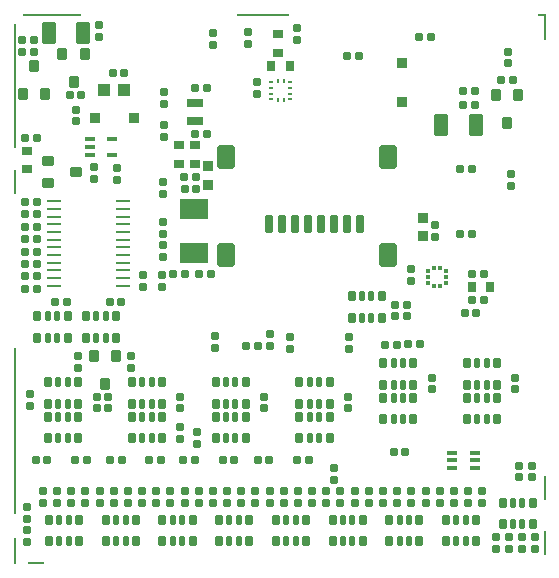
<source format=gbp>
G04*
G04 #@! TF.GenerationSoftware,Altium Limited,Altium Designer,23.8.1 (32)*
G04*
G04 Layer_Color=128*
%FSLAX25Y25*%
%MOIN*%
G70*
G04*
G04 #@! TF.SameCoordinates,C9C1B49D-FC50-48E7-82B8-0A043EE9E5D5*
G04*
G04*
G04 #@! TF.FilePolarity,Positive*
G04*
G01*
G75*
%ADD17R,0.00787X0.55217*%
%ADD18R,0.00787X0.41732*%
%ADD19R,0.00787X0.07874*%
%ADD20R,0.02657X0.00787*%
%ADD21R,0.17717X0.00787*%
%ADD22R,0.19685X0.00787*%
%ADD23R,0.00787X0.08661*%
%ADD24R,0.00787X0.07972*%
%ADD25R,0.00787X0.09055*%
%ADD26R,0.00787X0.08268*%
%ADD27R,0.05512X0.00787*%
G04:AMPARAMS|DCode=28|XSize=12.6mil|YSize=31.5mil|CornerRadius=1.26mil|HoleSize=0mil|Usage=FLASHONLY|Rotation=270.000|XOffset=0mil|YOffset=0mil|HoleType=Round|Shape=RoundedRectangle|*
%AMROUNDEDRECTD28*
21,1,0.01260,0.02898,0,0,270.0*
21,1,0.01008,0.03150,0,0,270.0*
1,1,0.00252,-0.01449,-0.00504*
1,1,0.00252,-0.01449,0.00504*
1,1,0.00252,0.01449,0.00504*
1,1,0.00252,0.01449,-0.00504*
%
%ADD28ROUNDEDRECTD28*%
G04:AMPARAMS|DCode=33|XSize=27.56mil|YSize=23.62mil|CornerRadius=2.36mil|HoleSize=0mil|Usage=FLASHONLY|Rotation=180.000|XOffset=0mil|YOffset=0mil|HoleType=Round|Shape=RoundedRectangle|*
%AMROUNDEDRECTD33*
21,1,0.02756,0.01890,0,0,180.0*
21,1,0.02284,0.02362,0,0,180.0*
1,1,0.00472,-0.01142,0.00945*
1,1,0.00472,0.01142,0.00945*
1,1,0.00472,0.01142,-0.00945*
1,1,0.00472,-0.01142,-0.00945*
%
%ADD33ROUNDEDRECTD33*%
G04:AMPARAMS|DCode=34|XSize=27.56mil|YSize=23.62mil|CornerRadius=2.36mil|HoleSize=0mil|Usage=FLASHONLY|Rotation=90.000|XOffset=0mil|YOffset=0mil|HoleType=Round|Shape=RoundedRectangle|*
%AMROUNDEDRECTD34*
21,1,0.02756,0.01890,0,0,90.0*
21,1,0.02284,0.02362,0,0,90.0*
1,1,0.00472,0.00945,0.01142*
1,1,0.00472,0.00945,-0.01142*
1,1,0.00472,-0.00945,-0.01142*
1,1,0.00472,-0.00945,0.01142*
%
%ADD34ROUNDEDRECTD34*%
G04:AMPARAMS|DCode=38|XSize=35.43mil|YSize=37.4mil|CornerRadius=3.54mil|HoleSize=0mil|Usage=FLASHONLY|Rotation=180.000|XOffset=0mil|YOffset=0mil|HoleType=Round|Shape=RoundedRectangle|*
%AMROUNDEDRECTD38*
21,1,0.03543,0.03032,0,0,180.0*
21,1,0.02835,0.03740,0,0,180.0*
1,1,0.00709,-0.01417,0.01516*
1,1,0.00709,0.01417,0.01516*
1,1,0.00709,0.01417,-0.01516*
1,1,0.00709,-0.01417,-0.01516*
%
%ADD38ROUNDEDRECTD38*%
G04:AMPARAMS|DCode=39|XSize=35.43mil|YSize=37.4mil|CornerRadius=3.54mil|HoleSize=0mil|Usage=FLASHONLY|Rotation=180.000|XOffset=0mil|YOffset=0mil|HoleType=Round|Shape=RoundedRectangle|*
%AMROUNDEDRECTD39*
21,1,0.03543,0.03032,0,0,180.0*
21,1,0.02835,0.03740,0,0,180.0*
1,1,0.00709,-0.01417,0.01516*
1,1,0.00709,0.01417,0.01516*
1,1,0.00709,0.01417,-0.01516*
1,1,0.00709,-0.01417,-0.01516*
%
%ADD39ROUNDEDRECTD39*%
G04:AMPARAMS|DCode=82|XSize=25.59mil|YSize=31.5mil|CornerRadius=2.56mil|HoleSize=0mil|Usage=FLASHONLY|Rotation=180.000|XOffset=0mil|YOffset=0mil|HoleType=Round|Shape=RoundedRectangle|*
%AMROUNDEDRECTD82*
21,1,0.02559,0.02638,0,0,180.0*
21,1,0.02047,0.03150,0,0,180.0*
1,1,0.00512,-0.01024,0.01319*
1,1,0.00512,0.01024,0.01319*
1,1,0.00512,0.01024,-0.01319*
1,1,0.00512,-0.01024,-0.01319*
%
%ADD82ROUNDEDRECTD82*%
G04:AMPARAMS|DCode=83|XSize=17.72mil|YSize=31.5mil|CornerRadius=1.77mil|HoleSize=0mil|Usage=FLASHONLY|Rotation=180.000|XOffset=0mil|YOffset=0mil|HoleType=Round|Shape=RoundedRectangle|*
%AMROUNDEDRECTD83*
21,1,0.01772,0.02795,0,0,180.0*
21,1,0.01417,0.03150,0,0,180.0*
1,1,0.00354,-0.00709,0.01398*
1,1,0.00354,0.00709,0.01398*
1,1,0.00354,0.00709,-0.01398*
1,1,0.00354,-0.00709,-0.01398*
%
%ADD83ROUNDEDRECTD83*%
%ADD84R,0.01378X0.00984*%
%ADD85R,0.00984X0.01378*%
%ADD86R,0.01378X0.01476*%
%ADD87R,0.01476X0.01378*%
G04:AMPARAMS|DCode=88|XSize=35.83mil|YSize=33.47mil|CornerRadius=3.35mil|HoleSize=0mil|Usage=FLASHONLY|Rotation=270.000|XOffset=0mil|YOffset=0mil|HoleType=Round|Shape=RoundedRectangle|*
%AMROUNDEDRECTD88*
21,1,0.03583,0.02677,0,0,270.0*
21,1,0.02913,0.03347,0,0,270.0*
1,1,0.00669,-0.01339,-0.01457*
1,1,0.00669,-0.01339,0.01457*
1,1,0.00669,0.01339,0.01457*
1,1,0.00669,0.01339,-0.01457*
%
%ADD88ROUNDEDRECTD88*%
%ADD89R,0.03937X0.04331*%
G04:AMPARAMS|DCode=90|XSize=70.87mil|YSize=45.28mil|CornerRadius=4.53mil|HoleSize=0mil|Usage=FLASHONLY|Rotation=270.000|XOffset=0mil|YOffset=0mil|HoleType=Round|Shape=RoundedRectangle|*
%AMROUNDEDRECTD90*
21,1,0.07087,0.03622,0,0,270.0*
21,1,0.06181,0.04528,0,0,270.0*
1,1,0.00906,-0.01811,-0.03091*
1,1,0.00906,-0.01811,0.03091*
1,1,0.00906,0.01811,0.03091*
1,1,0.00906,0.01811,-0.03091*
%
%ADD90ROUNDEDRECTD90*%
G04:AMPARAMS|DCode=91|XSize=59.06mil|YSize=25.59mil|CornerRadius=2.56mil|HoleSize=0mil|Usage=FLASHONLY|Rotation=90.000|XOffset=0mil|YOffset=0mil|HoleType=Round|Shape=RoundedRectangle|*
%AMROUNDEDRECTD91*
21,1,0.05906,0.02047,0,0,90.0*
21,1,0.05394,0.02559,0,0,90.0*
1,1,0.00512,0.01024,0.02697*
1,1,0.00512,0.01024,-0.02697*
1,1,0.00512,-0.01024,-0.02697*
1,1,0.00512,-0.01024,0.02697*
%
%ADD91ROUNDEDRECTD91*%
G04:AMPARAMS|DCode=92|XSize=78.74mil|YSize=57.09mil|CornerRadius=5.71mil|HoleSize=0mil|Usage=FLASHONLY|Rotation=90.000|XOffset=0mil|YOffset=0mil|HoleType=Round|Shape=RoundedRectangle|*
%AMROUNDEDRECTD92*
21,1,0.07874,0.04567,0,0,90.0*
21,1,0.06732,0.05709,0,0,90.0*
1,1,0.01142,0.02284,0.03366*
1,1,0.01142,0.02284,-0.03366*
1,1,0.01142,-0.02284,-0.03366*
1,1,0.01142,-0.02284,0.03366*
%
%ADD92ROUNDEDRECTD92*%
G04:AMPARAMS|DCode=93|XSize=35.83mil|YSize=33.47mil|CornerRadius=3.35mil|HoleSize=0mil|Usage=FLASHONLY|Rotation=0.000|XOffset=0mil|YOffset=0mil|HoleType=Round|Shape=RoundedRectangle|*
%AMROUNDEDRECTD93*
21,1,0.03583,0.02677,0,0,0.0*
21,1,0.02913,0.03347,0,0,0.0*
1,1,0.00669,0.01457,-0.01339*
1,1,0.00669,-0.01457,-0.01339*
1,1,0.00669,-0.01457,0.01339*
1,1,0.00669,0.01457,0.01339*
%
%ADD93ROUNDEDRECTD93*%
%ADD95R,0.09449X0.06693*%
G04:AMPARAMS|DCode=96|XSize=27.56mil|YSize=36.22mil|CornerRadius=2.76mil|HoleSize=0mil|Usage=FLASHONLY|Rotation=0.000|XOffset=0mil|YOffset=0mil|HoleType=Round|Shape=RoundedRectangle|*
%AMROUNDEDRECTD96*
21,1,0.02756,0.03071,0,0,0.0*
21,1,0.02205,0.03622,0,0,0.0*
1,1,0.00551,0.01102,-0.01535*
1,1,0.00551,-0.01102,-0.01535*
1,1,0.00551,-0.01102,0.01535*
1,1,0.00551,0.01102,0.01535*
%
%ADD96ROUNDEDRECTD96*%
G04:AMPARAMS|DCode=97|XSize=27.56mil|YSize=36.22mil|CornerRadius=2.76mil|HoleSize=0mil|Usage=FLASHONLY|Rotation=270.000|XOffset=0mil|YOffset=0mil|HoleType=Round|Shape=RoundedRectangle|*
%AMROUNDEDRECTD97*
21,1,0.02756,0.03071,0,0,270.0*
21,1,0.02205,0.03622,0,0,270.0*
1,1,0.00551,-0.01535,-0.01102*
1,1,0.00551,-0.01535,0.01102*
1,1,0.00551,0.01535,0.01102*
1,1,0.00551,0.01535,-0.01102*
%
%ADD97ROUNDEDRECTD97*%
G04:AMPARAMS|DCode=98|XSize=27.56mil|YSize=55.12mil|CornerRadius=2.76mil|HoleSize=0mil|Usage=FLASHONLY|Rotation=270.000|XOffset=0mil|YOffset=0mil|HoleType=Round|Shape=RoundedRectangle|*
%AMROUNDEDRECTD98*
21,1,0.02756,0.04961,0,0,270.0*
21,1,0.02205,0.05512,0,0,270.0*
1,1,0.00551,-0.02480,-0.01102*
1,1,0.00551,-0.02480,0.01102*
1,1,0.00551,0.02480,0.01102*
1,1,0.00551,0.02480,-0.01102*
%
%ADD98ROUNDEDRECTD98*%
G04:AMPARAMS|DCode=99|XSize=33.47mil|YSize=33.47mil|CornerRadius=3.35mil|HoleSize=0mil|Usage=FLASHONLY|Rotation=270.000|XOffset=0mil|YOffset=0mil|HoleType=Round|Shape=RoundedRectangle|*
%AMROUNDEDRECTD99*
21,1,0.03347,0.02677,0,0,270.0*
21,1,0.02677,0.03347,0,0,270.0*
1,1,0.00669,-0.01339,-0.01339*
1,1,0.00669,-0.01339,0.01339*
1,1,0.00669,0.01339,0.01339*
1,1,0.00669,0.01339,-0.01339*
%
%ADD99ROUNDEDRECTD99*%
G04:AMPARAMS|DCode=100|XSize=35.43mil|YSize=37.4mil|CornerRadius=3.54mil|HoleSize=0mil|Usage=FLASHONLY|Rotation=90.000|XOffset=0mil|YOffset=0mil|HoleType=Round|Shape=RoundedRectangle|*
%AMROUNDEDRECTD100*
21,1,0.03543,0.03032,0,0,90.0*
21,1,0.02835,0.03740,0,0,90.0*
1,1,0.00709,0.01516,0.01417*
1,1,0.00709,0.01516,-0.01417*
1,1,0.00709,-0.01516,-0.01417*
1,1,0.00709,-0.01516,0.01417*
%
%ADD100ROUNDEDRECTD100*%
G04:AMPARAMS|DCode=101|XSize=35.43mil|YSize=37.4mil|CornerRadius=3.54mil|HoleSize=0mil|Usage=FLASHONLY|Rotation=90.000|XOffset=0mil|YOffset=0mil|HoleType=Round|Shape=RoundedRectangle|*
%AMROUNDEDRECTD101*
21,1,0.03543,0.03032,0,0,90.0*
21,1,0.02835,0.03740,0,0,90.0*
1,1,0.00709,0.01516,0.01417*
1,1,0.00709,0.01516,-0.01417*
1,1,0.00709,-0.01516,-0.01417*
1,1,0.00709,-0.01516,0.01417*
%
%ADD101ROUNDEDRECTD101*%
%ADD102O,0.04961X0.00984*%
D17*
X394Y44537D02*
D03*
D18*
Y159547D02*
D03*
D19*
X177165Y7087D02*
D03*
D20*
X176230Y183169D02*
D03*
D21*
X83366D02*
D03*
D22*
X12992D02*
D03*
D23*
X177165Y179232D02*
D03*
D24*
Y25246D02*
D03*
D25*
X394Y4528D02*
D03*
D26*
X394Y127461D02*
D03*
D27*
X7480Y394D02*
D03*
D28*
X146260Y32087D02*
D03*
X146260Y34646D02*
D03*
X146260Y37205D02*
D03*
X153740Y32087D02*
D03*
Y34646D02*
D03*
Y37205D02*
D03*
X25394Y136516D02*
D03*
Y139075D02*
D03*
Y141634D02*
D03*
X32874D02*
D03*
Y136516D02*
D03*
D33*
X167323Y62205D02*
D03*
Y58268D02*
D03*
X172835Y32874D02*
D03*
Y28937D02*
D03*
X168701D02*
D03*
Y32874D02*
D03*
X81102Y156890D02*
D03*
Y160827D02*
D03*
X34449Y132087D02*
D03*
Y128150D02*
D03*
X132480Y94488D02*
D03*
Y98425D02*
D03*
X139567Y62204D02*
D03*
Y58267D02*
D03*
X146851Y24409D02*
D03*
Y20472D02*
D03*
X151575Y24409D02*
D03*
Y20472D02*
D03*
X142126Y24409D02*
D03*
Y20472D02*
D03*
X156299Y24409D02*
D03*
Y20472D02*
D03*
X31693Y51968D02*
D03*
Y55905D02*
D03*
X140551Y112992D02*
D03*
Y109055D02*
D03*
X28642Y179823D02*
D03*
Y175886D02*
D03*
X39173Y69291D02*
D03*
Y65354D02*
D03*
X21457Y69291D02*
D03*
Y65354D02*
D03*
X43110Y96457D02*
D03*
Y92520D02*
D03*
X5499Y56815D02*
D03*
Y52878D02*
D03*
X20866Y151575D02*
D03*
Y147638D02*
D03*
X2756Y170768D02*
D03*
Y174705D02*
D03*
X66535Y177165D02*
D03*
Y173228D02*
D03*
X67323Y72047D02*
D03*
Y75984D02*
D03*
X50197Y157480D02*
D03*
Y153543D02*
D03*
X85433Y72835D02*
D03*
Y76772D02*
D03*
X78346Y173425D02*
D03*
Y177362D02*
D03*
X127264Y86516D02*
D03*
Y82579D02*
D03*
X131200Y86516D02*
D03*
Y82579D02*
D03*
X164764Y170866D02*
D03*
Y166929D02*
D03*
X165945Y125984D02*
D03*
Y129921D02*
D03*
X6890Y170768D02*
D03*
Y174705D02*
D03*
X50197Y142323D02*
D03*
Y146260D02*
D03*
X111811Y71850D02*
D03*
Y75787D02*
D03*
X92126Y71850D02*
D03*
Y75787D02*
D03*
X94685Y178740D02*
D03*
Y174803D02*
D03*
X49804Y123425D02*
D03*
Y127362D02*
D03*
Y110039D02*
D03*
Y113976D02*
D03*
X49409Y92520D02*
D03*
Y96457D02*
D03*
X49804Y106496D02*
D03*
Y102559D02*
D03*
X47638Y24409D02*
D03*
Y20472D02*
D03*
X52362Y24409D02*
D03*
Y20472D02*
D03*
X57087Y24409D02*
D03*
Y20472D02*
D03*
X61811Y24409D02*
D03*
Y20472D02*
D03*
X161024Y5118D02*
D03*
Y9055D02*
D03*
X165355D02*
D03*
Y5118D02*
D03*
X169685D02*
D03*
Y9055D02*
D03*
X174016Y5118D02*
D03*
Y9055D02*
D03*
X83662Y51968D02*
D03*
Y55905D02*
D03*
X111614Y51968D02*
D03*
Y55905D02*
D03*
X27756Y51968D02*
D03*
Y55905D02*
D03*
X55709Y51968D02*
D03*
Y55905D02*
D03*
X24016Y24409D02*
D03*
Y20472D02*
D03*
X19292Y24409D02*
D03*
Y20472D02*
D03*
X14567Y24409D02*
D03*
Y20472D02*
D03*
X9843Y24409D02*
D03*
Y20472D02*
D03*
X42914Y24409D02*
D03*
Y20472D02*
D03*
X38189Y24409D02*
D03*
Y20472D02*
D03*
X33465Y24409D02*
D03*
Y20472D02*
D03*
X28740Y24409D02*
D03*
Y20472D02*
D03*
X80709Y24409D02*
D03*
Y20472D02*
D03*
X75985Y24409D02*
D03*
Y20472D02*
D03*
X71260Y24409D02*
D03*
Y20472D02*
D03*
X66536Y24409D02*
D03*
Y20472D02*
D03*
X99607D02*
D03*
Y24409D02*
D03*
X94882D02*
D03*
Y20472D02*
D03*
X90158Y24409D02*
D03*
Y20472D02*
D03*
X85433Y24409D02*
D03*
Y20472D02*
D03*
X118504Y24409D02*
D03*
Y20472D02*
D03*
X113780Y24409D02*
D03*
Y20472D02*
D03*
X109055Y24409D02*
D03*
Y20472D02*
D03*
X104331Y24409D02*
D03*
Y20472D02*
D03*
X132677Y24409D02*
D03*
Y20472D02*
D03*
X127953Y24409D02*
D03*
Y20472D02*
D03*
X123228Y24409D02*
D03*
Y20472D02*
D03*
X106890Y32087D02*
D03*
Y28150D02*
D03*
X4724Y15157D02*
D03*
Y19094D02*
D03*
X26772Y128347D02*
D03*
Y132283D02*
D03*
X61221Y44094D02*
D03*
Y40157D02*
D03*
X55709Y41732D02*
D03*
Y45669D02*
D03*
X4724Y7480D02*
D03*
Y11417D02*
D03*
X137402Y24409D02*
D03*
Y20472D02*
D03*
D34*
X154331Y83858D02*
D03*
X150394D02*
D03*
X13976Y87402D02*
D03*
X17913D02*
D03*
X152756Y131890D02*
D03*
X148819D02*
D03*
X152756Y110236D02*
D03*
X148819D02*
D03*
X126772Y37402D02*
D03*
X130709D02*
D03*
X36024Y87402D02*
D03*
X32087D02*
D03*
X166496Y161319D02*
D03*
X162559D02*
D03*
X56626Y34646D02*
D03*
X60563D02*
D03*
X98492Y34646D02*
D03*
X94555D02*
D03*
X81429Y34646D02*
D03*
X85366D02*
D03*
X73689D02*
D03*
X69752D02*
D03*
X18743Y156498D02*
D03*
X22680D02*
D03*
X131529Y73262D02*
D03*
X135466D02*
D03*
X150000Y153149D02*
D03*
X153937D02*
D03*
X111221Y169488D02*
D03*
X115157D02*
D03*
X127953Y73228D02*
D03*
X124016D02*
D03*
X53347Y96850D02*
D03*
X57284D02*
D03*
X61811Y96850D02*
D03*
X65748D02*
D03*
X57087Y125197D02*
D03*
X61024D02*
D03*
X33071Y163878D02*
D03*
X37008D02*
D03*
X152913Y88150D02*
D03*
X156850D02*
D03*
X152913Y96890D02*
D03*
X156850D02*
D03*
X135236Y175787D02*
D03*
X139173D02*
D03*
X153937Y157874D02*
D03*
X150000D02*
D03*
X60630Y158661D02*
D03*
X64567D02*
D03*
X60630Y143307D02*
D03*
X64567D02*
D03*
X77559Y72835D02*
D03*
X81496D02*
D03*
X60827Y129134D02*
D03*
X56890D02*
D03*
X20539Y34646D02*
D03*
X24476D02*
D03*
X11350Y34646D02*
D03*
X7413D02*
D03*
X45343Y34646D02*
D03*
X49280D02*
D03*
X36154Y34646D02*
D03*
X32217D02*
D03*
X7874Y142224D02*
D03*
X3937D02*
D03*
Y91831D02*
D03*
X7874D02*
D03*
X3937Y104232D02*
D03*
X7874D02*
D03*
X3937Y108366D02*
D03*
X7874D02*
D03*
X3937Y116634D02*
D03*
X7874D02*
D03*
X3937Y112500D02*
D03*
X7874D02*
D03*
X3937Y120768D02*
D03*
X7874D02*
D03*
X3937Y100099D02*
D03*
X7874D02*
D03*
X3937Y95965D02*
D03*
X7874D02*
D03*
D38*
X160787Y156398D02*
D03*
X164528Y147146D02*
D03*
X26772Y69488D02*
D03*
X30512Y60236D02*
D03*
X10630Y156673D02*
D03*
X6890Y165925D02*
D03*
X16339Y170098D02*
D03*
X20079Y160846D02*
D03*
D39*
X168268Y156398D02*
D03*
X34252Y69488D02*
D03*
X3150Y156673D02*
D03*
X23819Y170098D02*
D03*
D82*
X24189Y75516D02*
D03*
Y82602D02*
D03*
X34229D02*
D03*
Y75516D02*
D03*
X8048D02*
D03*
Y82602D02*
D03*
X18087D02*
D03*
Y75516D02*
D03*
X77461Y60630D02*
D03*
Y53543D02*
D03*
X67421D02*
D03*
X67421Y60630D02*
D03*
X67421Y42126D02*
D03*
Y49212D02*
D03*
X77461D02*
D03*
Y42126D02*
D03*
X95374Y42126D02*
D03*
Y49212D02*
D03*
X105413Y49212D02*
D03*
X105413Y42126D02*
D03*
X105413Y60630D02*
D03*
Y53543D02*
D03*
X95374D02*
D03*
X95374Y60630D02*
D03*
X161319Y66929D02*
D03*
Y59842D02*
D03*
X151280D02*
D03*
X151280Y66929D02*
D03*
X151280Y48425D02*
D03*
Y55511D02*
D03*
X161319Y55511D02*
D03*
X161319Y48425D02*
D03*
X133366Y48425D02*
D03*
Y55512D02*
D03*
X123327D02*
D03*
X123327Y48425D02*
D03*
X123327Y66929D02*
D03*
Y59842D02*
D03*
X133366D02*
D03*
X133366Y66929D02*
D03*
X163091Y13386D02*
D03*
X163091Y20472D02*
D03*
X173130D02*
D03*
Y13386D02*
D03*
X144193Y7677D02*
D03*
Y14764D02*
D03*
X154232D02*
D03*
Y7677D02*
D03*
X112795Y89272D02*
D03*
X112795Y82185D02*
D03*
X122834D02*
D03*
Y89272D02*
D03*
X49705Y7677D02*
D03*
Y14764D02*
D03*
X59744D02*
D03*
Y7677D02*
D03*
X21555Y42126D02*
D03*
X21555Y49213D02*
D03*
X11516Y49213D02*
D03*
X11516Y42126D02*
D03*
Y60630D02*
D03*
X11516Y53543D02*
D03*
X21555D02*
D03*
Y60630D02*
D03*
X49508Y42126D02*
D03*
Y49213D02*
D03*
X39469Y49213D02*
D03*
X39469Y42126D02*
D03*
X39469Y60630D02*
D03*
Y53543D02*
D03*
X49508D02*
D03*
Y60630D02*
D03*
X11910Y7677D02*
D03*
X11910Y14764D02*
D03*
X21949D02*
D03*
X21949Y7677D02*
D03*
X30807D02*
D03*
Y14764D02*
D03*
X40846D02*
D03*
X40846Y7677D02*
D03*
X68602D02*
D03*
X68602Y14764D02*
D03*
X78642D02*
D03*
Y7677D02*
D03*
X87500D02*
D03*
X87500Y14764D02*
D03*
X97540Y14764D02*
D03*
Y7677D02*
D03*
X106398D02*
D03*
X106398Y14764D02*
D03*
X116437D02*
D03*
Y7677D02*
D03*
X125295D02*
D03*
Y14764D02*
D03*
X135335Y14764D02*
D03*
X135335Y7677D02*
D03*
D83*
X30784Y82602D02*
D03*
X27634D02*
D03*
Y75516D02*
D03*
X30784D02*
D03*
X14642Y82602D02*
D03*
X11492D02*
D03*
Y75516D02*
D03*
X14642D02*
D03*
X70866Y53543D02*
D03*
X74016D02*
D03*
Y60630D02*
D03*
X70866D02*
D03*
X74016Y49212D02*
D03*
X70866D02*
D03*
Y42126D02*
D03*
X74016D02*
D03*
X101969Y49212D02*
D03*
X98819D02*
D03*
Y42126D02*
D03*
X101969D02*
D03*
X98819Y53543D02*
D03*
X101969D02*
D03*
X101969Y60630D02*
D03*
X98819Y60630D02*
D03*
X154725Y59842D02*
D03*
X157874D02*
D03*
X157874Y66929D02*
D03*
X154725Y66929D02*
D03*
X157874Y55511D02*
D03*
X154725D02*
D03*
Y48425D02*
D03*
X157874D02*
D03*
X129921Y48425D02*
D03*
X126772D02*
D03*
Y55512D02*
D03*
X129921D02*
D03*
X126772Y66929D02*
D03*
X129921D02*
D03*
Y59842D02*
D03*
X126772D02*
D03*
X169685Y20472D02*
D03*
X166536D02*
D03*
Y13386D02*
D03*
X169685D02*
D03*
X150787Y14764D02*
D03*
X147638D02*
D03*
Y7677D02*
D03*
X150787D02*
D03*
X116240Y89272D02*
D03*
X119389D02*
D03*
Y82185D02*
D03*
X116240D02*
D03*
X56299Y14764D02*
D03*
X53150D02*
D03*
Y7677D02*
D03*
X56299D02*
D03*
X18110Y42126D02*
D03*
X14961Y42126D02*
D03*
Y49213D02*
D03*
X18110D02*
D03*
X14961Y60630D02*
D03*
X18110Y60630D02*
D03*
X18110Y53543D02*
D03*
X14961D02*
D03*
X46063Y42126D02*
D03*
X42913D02*
D03*
Y49213D02*
D03*
X46063Y49213D02*
D03*
X42914Y60630D02*
D03*
X46063D02*
D03*
Y53543D02*
D03*
X42914D02*
D03*
X18504Y14764D02*
D03*
X15355D02*
D03*
Y7677D02*
D03*
X18504D02*
D03*
X37402Y14764D02*
D03*
X34252Y14764D02*
D03*
Y7677D02*
D03*
X37402D02*
D03*
X75197Y14764D02*
D03*
X72047D02*
D03*
Y7677D02*
D03*
X75197D02*
D03*
X94095Y14764D02*
D03*
X90945Y14764D02*
D03*
Y7677D02*
D03*
X94095D02*
D03*
X112992Y14764D02*
D03*
X109843D02*
D03*
Y7677D02*
D03*
X112992D02*
D03*
X131890Y14764D02*
D03*
X128740Y14764D02*
D03*
Y7677D02*
D03*
X131890D02*
D03*
D84*
X92323Y158858D02*
D03*
Y156890D02*
D03*
Y160827D02*
D03*
Y154921D02*
D03*
X86024Y160827D02*
D03*
Y158858D02*
D03*
Y156890D02*
D03*
Y154921D02*
D03*
D85*
X90158Y161024D02*
D03*
X88189D02*
D03*
Y154724D02*
D03*
X90158D02*
D03*
D86*
X140158Y98671D02*
D03*
X142126D02*
D03*
Y92667D02*
D03*
X140158D02*
D03*
D87*
X144144Y97638D02*
D03*
Y95669D02*
D03*
Y93701D02*
D03*
X138140D02*
D03*
Y95669D02*
D03*
Y97638D02*
D03*
D88*
X129528Y167126D02*
D03*
X129528Y154134D02*
D03*
D89*
X36811Y157972D02*
D03*
X30118D02*
D03*
D90*
X142717Y146457D02*
D03*
X154134D02*
D03*
X11811Y177067D02*
D03*
X23228D02*
D03*
D91*
X85315Y113398D02*
D03*
X89646D02*
D03*
X93977D02*
D03*
X98307D02*
D03*
X102638D02*
D03*
X106969D02*
D03*
X111300D02*
D03*
X115630D02*
D03*
D92*
X125000Y103162D02*
D03*
Y135839D02*
D03*
X70867D02*
D03*
Y103162D02*
D03*
D93*
X27362Y148819D02*
D03*
X40354D02*
D03*
D95*
X60237Y118307D02*
D03*
X60237Y103740D02*
D03*
D96*
X159055Y92520D02*
D03*
X152756D02*
D03*
X92126Y165945D02*
D03*
X85827D02*
D03*
D97*
X88189Y176771D02*
D03*
Y170472D02*
D03*
X60433Y139764D02*
D03*
X60433Y133465D02*
D03*
X55315Y139764D02*
D03*
Y133465D02*
D03*
X4725Y137894D02*
D03*
X4725Y131595D02*
D03*
D98*
X60630Y153740D02*
D03*
Y147835D02*
D03*
D99*
X136417Y109291D02*
D03*
Y115512D02*
D03*
X64961Y132638D02*
D03*
Y126417D02*
D03*
D100*
X11615Y126931D02*
D03*
X20867Y130671D02*
D03*
D101*
X11615Y134412D02*
D03*
D102*
X13622Y92815D02*
D03*
Y95374D02*
D03*
Y97933D02*
D03*
Y100492D02*
D03*
Y103051D02*
D03*
Y105610D02*
D03*
Y108169D02*
D03*
Y110728D02*
D03*
Y113287D02*
D03*
Y115847D02*
D03*
Y118405D02*
D03*
Y120965D02*
D03*
X36615Y92815D02*
D03*
Y95374D02*
D03*
Y97933D02*
D03*
Y100492D02*
D03*
Y103051D02*
D03*
Y105610D02*
D03*
Y108169D02*
D03*
Y110728D02*
D03*
Y113287D02*
D03*
Y115847D02*
D03*
Y118405D02*
D03*
Y120965D02*
D03*
M02*

</source>
